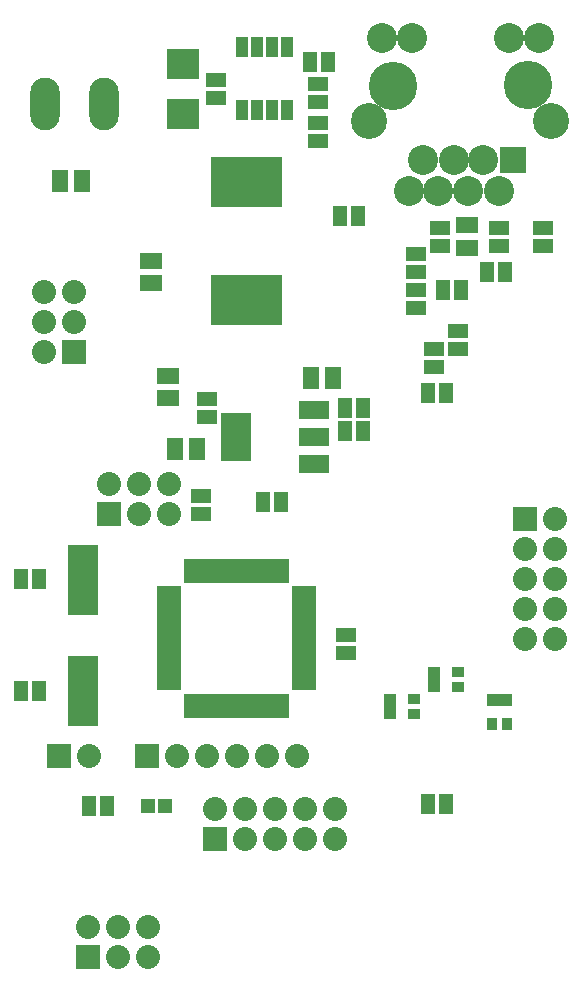
<source format=gts>
G04 (created by PCBNEW-RS274X (2011-12-21 BZR 3253)-stable) date 08/08/2012 23:37:51*
G01*
G70*
G90*
%MOIN*%
G04 Gerber Fmt 3.4, Leading zero omitted, Abs format*
%FSLAX34Y34*%
G04 APERTURE LIST*
%ADD10C,0.006000*%
%ADD11R,0.040000X0.032000*%
%ADD12R,0.032000X0.040000*%
%ADD13R,0.055000X0.075000*%
%ADD14R,0.075000X0.055000*%
%ADD15R,0.045000X0.065000*%
%ADD16R,0.065000X0.045000*%
%ADD17R,0.051400X0.051400*%
%ADD18R,0.040000X0.065000*%
%ADD19R,0.036000X0.080000*%
%ADD20R,0.080000X0.036000*%
%ADD21R,0.080000X0.080000*%
%ADD22C,0.080000*%
%ADD23O,0.098000X0.176000*%
%ADD24R,0.110600X0.098700*%
%ADD25R,0.118400X0.171600*%
%ADD26R,0.100000X0.164000*%
%ADD27R,0.100000X0.060000*%
%ADD28R,0.098700X0.236500*%
%ADD29C,0.161700*%
%ADD30R,0.090000X0.090000*%
%ADD31C,0.100000*%
%ADD32C,0.120000*%
G04 APERTURE END LIST*
G54D10*
G54D11*
X33065Y-62250D03*
X33065Y-62750D03*
X33865Y-62250D03*
X33065Y-62500D03*
X33865Y-62750D03*
X34541Y-61364D03*
X34541Y-61864D03*
X35341Y-61364D03*
X34541Y-61614D03*
X35341Y-61864D03*
G54D12*
X36963Y-62297D03*
X36463Y-62297D03*
X36963Y-63097D03*
X36713Y-62297D03*
X36463Y-63097D03*
G54D13*
X22066Y-44980D03*
X22816Y-44980D03*
X26655Y-53937D03*
X25905Y-53937D03*
G54D14*
X25098Y-48406D03*
X25098Y-47656D03*
G54D13*
X30432Y-51575D03*
X31182Y-51575D03*
G54D14*
X25689Y-51495D03*
X25689Y-52245D03*
G54D15*
X23627Y-65846D03*
X23027Y-65846D03*
G54D16*
X26772Y-55507D03*
X26772Y-56107D03*
X31594Y-60733D03*
X31594Y-60133D03*
G54D15*
X31993Y-46161D03*
X31393Y-46161D03*
G54D16*
X36713Y-47150D03*
X36713Y-46550D03*
X38189Y-47150D03*
X38189Y-46550D03*
X33957Y-49217D03*
X33957Y-48617D03*
X33957Y-47436D03*
X33957Y-48036D03*
G54D15*
X30409Y-41043D03*
X31009Y-41043D03*
G54D16*
X30660Y-42379D03*
X30660Y-41779D03*
X30660Y-43058D03*
X30660Y-43658D03*
G54D15*
X34346Y-65748D03*
X34946Y-65748D03*
X36914Y-48031D03*
X36314Y-48031D03*
G54D16*
X35335Y-49995D03*
X35335Y-50595D03*
G54D15*
X34946Y-52067D03*
X34346Y-52067D03*
G54D16*
X34547Y-50586D03*
X34547Y-51186D03*
G54D15*
X34838Y-48622D03*
X35438Y-48622D03*
G54D16*
X34744Y-46550D03*
X34744Y-47150D03*
G54D15*
X31590Y-52559D03*
X32190Y-52559D03*
X31590Y-53346D03*
X32190Y-53346D03*
G54D16*
X26969Y-52859D03*
X26969Y-52259D03*
X27264Y-41629D03*
X27264Y-42229D03*
G54D15*
X21363Y-58268D03*
X20763Y-58268D03*
X28834Y-55709D03*
X29434Y-55709D03*
X21363Y-62008D03*
X20763Y-62008D03*
G54D17*
X25590Y-65846D03*
X25000Y-65846D03*
G54D18*
X28138Y-40536D03*
X28138Y-42636D03*
X28638Y-40536D03*
X29138Y-40536D03*
X29638Y-40536D03*
X28638Y-42636D03*
X29138Y-42636D03*
X29638Y-42636D03*
G54D19*
X27953Y-57986D03*
X27638Y-57986D03*
X27323Y-57986D03*
X27008Y-57986D03*
X26693Y-57986D03*
X26378Y-57986D03*
X28268Y-57986D03*
X28583Y-57986D03*
X28898Y-57986D03*
X29213Y-57986D03*
X29528Y-57986D03*
X27953Y-62486D03*
X27638Y-62486D03*
X27323Y-62486D03*
X27008Y-62486D03*
X26693Y-62486D03*
X26378Y-62486D03*
X28268Y-62486D03*
X28583Y-62486D03*
X28898Y-62486D03*
X29213Y-62486D03*
X29528Y-62486D03*
G54D20*
X25703Y-60236D03*
X30203Y-60236D03*
X25703Y-60551D03*
X30203Y-60551D03*
X30203Y-60866D03*
X25703Y-60866D03*
X25703Y-61181D03*
X30203Y-61181D03*
X30203Y-61496D03*
X25703Y-61496D03*
X25703Y-61811D03*
X30203Y-61811D03*
X30203Y-59921D03*
X25703Y-59921D03*
X25703Y-59606D03*
X30203Y-59606D03*
X30203Y-59291D03*
X25703Y-59291D03*
X25703Y-58976D03*
X30203Y-58976D03*
X30203Y-58661D03*
X25703Y-58661D03*
G54D21*
X23705Y-56110D03*
G54D22*
X23705Y-55110D03*
X24705Y-56110D03*
X24705Y-55110D03*
X25705Y-56110D03*
X25705Y-55110D03*
G54D21*
X24961Y-64173D03*
G54D22*
X25961Y-64173D03*
X26961Y-64173D03*
X27961Y-64173D03*
X28961Y-64173D03*
X29961Y-64173D03*
G54D23*
X23529Y-42421D03*
X21559Y-42421D03*
G54D24*
X26181Y-41083D03*
X26181Y-42775D03*
G54D25*
X28889Y-45041D03*
X27707Y-45041D03*
X27707Y-48959D03*
X28889Y-48959D03*
G54D26*
X27932Y-53543D03*
G54D27*
X30532Y-53543D03*
X30532Y-52643D03*
X30532Y-54443D03*
G54D28*
X22835Y-58288D03*
X22835Y-61988D03*
G54D21*
X22039Y-64173D03*
G54D22*
X23039Y-64173D03*
G54D14*
X35630Y-47225D03*
X35630Y-46475D03*
G54D29*
X33189Y-41830D03*
X37677Y-41811D03*
G54D30*
X37165Y-44311D03*
G54D31*
X36693Y-45315D03*
X36181Y-44311D03*
X35669Y-45315D03*
X35197Y-44311D03*
X34685Y-45315D03*
X34173Y-44311D03*
X33701Y-45315D03*
X38051Y-40236D03*
X37047Y-40236D03*
X33819Y-40236D03*
X32815Y-40236D03*
G54D32*
X38445Y-42992D03*
X32382Y-42992D03*
G54D21*
X23016Y-70874D03*
G54D22*
X23016Y-69874D03*
X24016Y-70874D03*
X24016Y-69874D03*
X25016Y-70874D03*
X25016Y-69874D03*
G54D21*
X22547Y-50705D03*
G54D22*
X21547Y-50705D03*
X22547Y-49705D03*
X21547Y-49705D03*
X22547Y-48705D03*
X21547Y-48705D03*
G54D21*
X27232Y-66937D03*
G54D22*
X27232Y-65937D03*
X28232Y-66937D03*
X28232Y-65937D03*
X29232Y-66937D03*
X29232Y-65937D03*
X30232Y-66937D03*
X30232Y-65937D03*
X31232Y-66937D03*
X31232Y-65937D03*
G54D21*
X37591Y-56268D03*
G54D22*
X38591Y-56268D03*
X37591Y-57268D03*
X38591Y-57268D03*
X37591Y-58268D03*
X38591Y-58268D03*
X37591Y-59268D03*
X38591Y-59268D03*
X37591Y-60268D03*
X38591Y-60268D03*
M02*

</source>
